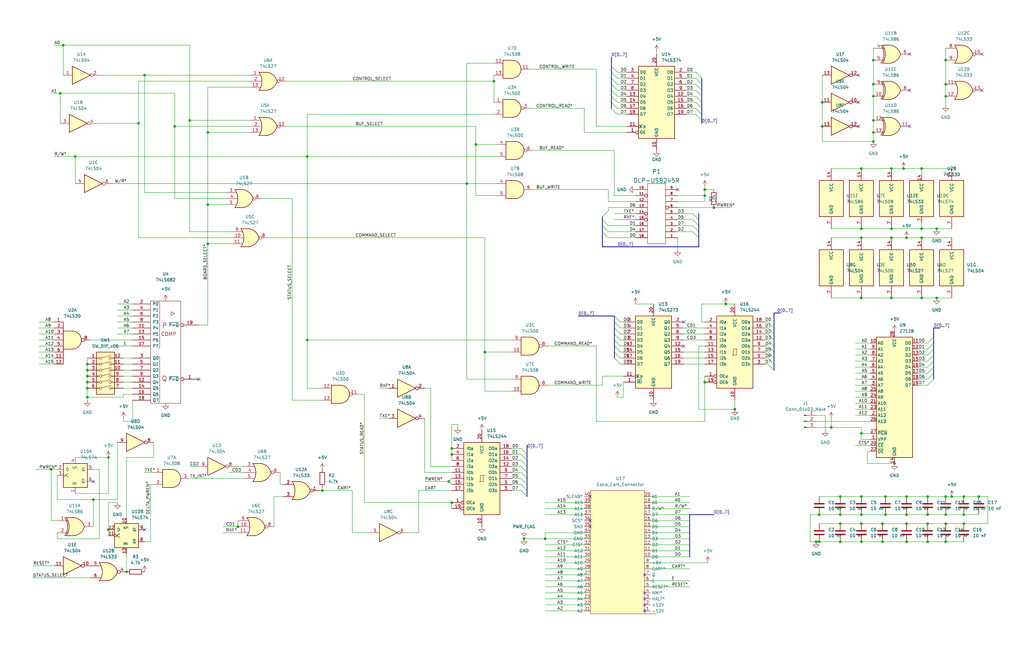
<source format=kicad_sch>
(kicad_sch (version 20211123) (generator eeschema)
  (paper "USLedger")
  (title_block (title "CoCo USB Serial") (date "2022-12-19") (rev "1.06"))
  (junction (at 31.75 66.04))
  (junction (at 368.3 55.88))
  (junction (at 382.27 217.17))
  (junction (at 36.83 163.83))
  (junction (at 354.33 217.17))
  (junction (at 297.18 80.01))
  (junction (at 354.33 228.6))
  (junction (at 129.54 66.04))
  (junction (at 363.22 209.55))
  (junction (at 394.97 125.73))
  (junction (at 87.63 102.87))
  (junction (at 368.3 59.69))
  (junction (at 377.19 195.58))
  (junction (at 309.88 172.72))
  (junction (at 39.37 210.82))
  (junction (at 372.11 228.6))
  (junction (at 368.3 50.8))
  (junction (at 229.87 227.33))
  (junction (at 388.62 96.52))
  (junction (at 53.34 241.3))
  (junction (at 375.92 125.73))
  (junction (at 398.78 35.56))
  (junction (at 406.4 220.98))
  (junction (at 346.71 43.18))
  (junction (at 363.22 125.73))
  (junction (at 306.07 128.27))
  (junction (at 73.66 53.34))
  (junction (at 406.4 209.55))
  (junction (at 406.4 217.17))
  (junction (at 368.3 40.64))
  (junction (at 36.83 153.67))
  (junction (at 346.71 53.34))
  (junction (at 368.3 35.56))
  (junction (at 363.22 228.6))
  (junction (at 398.78 40.64))
  (junction (at 382.27 100.33))
  (junction (at 373.38 217.17))
  (junction (at 382.27 220.98))
  (junction (at 190.5 212.09))
  (junction (at 36.83 167.64))
  (junction (at 208.28 34.29))
  (junction (at 398.78 228.6))
  (junction (at 36.83 156.21))
  (junction (at 388.62 71.12))
  (junction (at 412.75 209.55))
  (junction (at 204.47 148.59))
  (junction (at 196.85 77.47))
  (junction (at 394.97 96.52))
  (junction (at 398.78 25.4))
  (junction (at 368.3 25.4))
  (junction (at 345.44 228.6))
  (junction (at 391.16 220.98))
  (junction (at 363.22 96.52))
  (junction (at 398.78 217.17))
  (junction (at 363.22 71.12))
  (junction (at 381 71.12))
  (junction (at 45.72 223.52))
  (junction (at 375.92 71.12))
  (junction (at 190.5 191.77))
  (junction (at 398.78 220.98))
  (junction (at 354.33 209.55))
  (junction (at 388.62 100.33))
  (junction (at 354.33 220.98))
  (junction (at 297.18 161.29))
  (junction (at 129.54 143.51))
  (junction (at 372.11 220.98))
  (junction (at 100.33 222.25))
  (junction (at 220.98 227.33))
  (junction (at 297.18 82.55))
  (junction (at 375.92 96.52))
  (junction (at 363.22 217.17))
  (junction (at 375.92 100.33))
  (junction (at 58.42 52.07))
  (junction (at 391.16 217.17))
  (junction (at 382.27 228.6))
  (junction (at 190.5 189.23))
  (junction (at 391.16 228.6))
  (junction (at 398.78 209.55))
  (junction (at 60.96 31.75))
  (junction (at 382.27 209.55))
  (junction (at 345.44 217.17))
  (junction (at 36.83 158.75))
  (junction (at 135.89 207.01))
  (junction (at 189.23 203.2))
  (junction (at 80.01 50.8))
  (junction (at 344.17 228.6))
  (junction (at 363.22 220.98))
  (junction (at 87.63 86.36))
  (junction (at 363.22 100.33))
  (junction (at 25.4 39.37))
  (junction (at 350.52 180.34))
  (junction (at 26.67 19.05))
  (junction (at 401.32 209.55))
  (junction (at 391.16 209.55))
  (junction (at 87.63 55.88))
  (junction (at 21.59 198.12))
  (junction (at 388.62 125.73))
  (junction (at 45.72 193.04))
  (junction (at 300.99 87.63))
  (junction (at 36.83 161.29))
  (junction (at 200.66 60.96))
  (junction (at 373.38 209.55))
  (junction (at 363.22 182.88))
  (no_connect (at 288.29 146.05))
  (no_connect (at 288.29 135.89))
  (no_connect (at 271.78 255.27))
  (no_connect (at 271.78 257.81))
  (no_connect (at 361.95 31.75))
  (no_connect (at 60.96 223.52))
  (no_connect (at 361.95 53.34))
  (no_connect (at 361.95 43.18))
  (no_connect (at 414.02 22.86))
  (no_connect (at 83.82 160.02))
  (no_connect (at 39.37 203.2))
  (no_connect (at 414.02 38.1))
  (no_connect (at 285.75 80.01))
  (no_connect (at 383.54 53.34))
  (no_connect (at 383.54 38.1))
  (no_connect (at 383.54 22.86))
  (no_connect (at 248.92 209.55))
  (no_connect (at 271.78 242.57))
  (no_connect (at 271.78 250.19))
  (no_connect (at 271.78 252.73))
  (no_connect (at 248.92 219.71))
  (no_connect (at 248.92 222.25))
  (bus_entry (at 254 91.44) (size 2.54 -2.54))
  (bus_entry (at 254 92.71) (size 2.54 2.54))
  (bus_entry (at 219.71 204.47) (size 2.54 2.54))
  (bus_entry (at 219.71 207.01) (size 2.54 2.54))
  (bus_entry (at 219.71 201.93) (size 2.54 2.54))
  (bus_entry (at 219.71 191.77) (size 2.54 2.54))
  (bus_entry (at 219.71 194.31) (size 2.54 2.54))
  (bus_entry (at 219.71 196.85) (size 2.54 2.54))
  (bus_entry (at 219.71 199.39) (size 2.54 2.54))
  (bus_entry (at 219.71 189.23) (size 2.54 2.54))
  (bus_entry (at 257.81 43.18) (size 2.54 2.54))
  (bus_entry (at 257.81 45.72) (size 2.54 2.54))
  (bus_entry (at 257.81 38.1) (size 2.54 2.54))
  (bus_entry (at 257.81 35.56) (size 2.54 2.54))
  (bus_entry (at 257.81 30.48) (size 2.54 2.54))
  (bus_entry (at 257.81 33.02) (size 2.54 2.54))
  (bus_entry (at 257.81 40.64) (size 2.54 2.54))
  (bus_entry (at 257.81 27.94) (size 2.54 2.54))
  (bus_entry (at 259.08 148.59) (size 2.54 2.54))
  (bus_entry (at 259.08 151.13) (size 2.54 2.54))
  (bus_entry (at 259.08 133.35) (size 2.54 2.54))
  (bus_entry (at 259.08 143.51) (size 2.54 2.54))
  (bus_entry (at 259.08 146.05) (size 2.54 2.54))
  (bus_entry (at 259.08 135.89) (size 2.54 2.54))
  (bus_entry (at 259.08 138.43) (size 2.54 2.54))
  (bus_entry (at 259.08 140.97) (size 2.54 2.54))
  (bus_entry (at 323.85 146.05) (size 2.54 2.54))
  (bus_entry (at 323.85 143.51) (size 2.54 2.54))
  (bus_entry (at 323.85 140.97) (size 2.54 2.54))
  (bus_entry (at 323.85 135.89) (size 2.54 2.54))
  (bus_entry (at 323.85 138.43) (size 2.54 2.54))
  (bus_entry (at 323.85 151.13) (size 2.54 2.54))
  (bus_entry (at 323.85 148.59) (size 2.54 2.54))
  (bus_entry (at 323.85 153.67) (size 2.54 2.54))
  (bus_entry (at 254 95.25) (size 2.54 2.54))
  (bus_entry (at 254 97.79) (size 2.54 2.54))
  (bus_entry (at 293.37 30.48) (size 2.54 2.54))
  (bus_entry (at 293.37 35.56) (size 2.54 2.54))
  (bus_entry (at 293.37 43.18) (size 2.54 2.54))
  (bus_entry (at 293.37 48.26) (size 2.54 2.54))
  (bus_entry (at 293.37 45.72) (size 2.54 2.54))
  (bus_entry (at 293.37 33.02) (size 2.54 2.54))
  (bus_entry (at 293.37 38.1) (size 2.54 2.54))
  (bus_entry (at 293.37 40.64) (size 2.54 2.54))
  (bus_entry (at 391.16 152.4) (size 2.54 -2.54))
  (bus_entry (at 391.16 149.86) (size 2.54 -2.54))
  (bus_entry (at 391.16 147.32) (size 2.54 -2.54))
  (bus_entry (at 391.16 144.78) (size 2.54 -2.54))
  (bus_entry (at 391.16 157.48) (size 2.54 -2.54))
  (bus_entry (at 391.16 154.94) (size 2.54 -2.54))
  (bus_entry (at 391.16 162.56) (size 2.54 -2.54))
  (bus_entry (at 391.16 160.02) (size 2.54 -2.54))
  (bus_entry (at 292.1 97.79) (size 2.54 2.54))
  (bus_entry (at 292.1 95.25) (size 2.54 2.54))
  (bus_entry (at 292.1 92.71) (size 2.54 2.54))
  (bus_entry (at 292.1 90.17) (size 2.54 2.54))
  (bus (pts (xy 259.08 135.89) (xy 259.08 138.43)))
  (wire (pts (xy 190.5 212.09) (xy 190.5 214.63)))
  (wire (pts (xy 16.51 153.67) (xy 22.86 153.67)))
  (bus (pts (xy 222.25 204.47) (xy 222.25 207.01)))
  (wire (pts (xy 87.63 55.88) (xy 87.63 36.83)))
  (wire (pts (xy 229.87 224.79) (xy 248.92 224.79)))
  (wire (pts (xy 398.78 220.98) (xy 406.4 220.98)))
  (wire (pts (xy 229.87 245.11) (xy 248.92 245.11)))
  (wire (pts (xy 215.9 165.1) (xy 204.47 165.1)))
  (wire (pts (xy 60.96 228.6) (xy 63.5 228.6)))
  (wire (pts (xy 52.07 176.53) (xy 52.07 177.8)))
  (wire (pts (xy 398.78 217.17) (xy 406.4 217.17)))
  (wire (pts (xy 289.56 40.64) (xy 293.37 40.64)))
  (wire (pts (xy 367.03 185.42) (xy 363.22 185.42)))
  (wire (pts (xy 220.98 227.33) (xy 229.87 227.33)))
  (wire (pts (xy 87.63 137.16) (xy 87.63 102.87)))
  (wire (pts (xy 416.56 209.55) (xy 416.56 220.98)))
  (wire (pts (xy 16.51 146.05) (xy 22.86 146.05)))
  (wire (pts (xy 285.75 85.09) (xy 297.18 85.09)))
  (wire (pts (xy 135.89 205.74) (xy 135.89 207.01)))
  (wire (pts (xy 398.78 209.55) (xy 401.32 209.55)))
  (wire (pts (xy 45.72 193.04) (xy 45.72 208.28)))
  (wire (pts (xy 15.24 198.12) (xy 21.59 198.12)))
  (wire (pts (xy 388.62 100.33) (xy 401.32 100.33)))
  (wire (pts (xy 347.98 175.26) (xy 347.98 181.61)))
  (wire (pts (xy 148.59 224.79) (xy 156.21 224.79)))
  (wire (pts (xy 288.29 143.51) (xy 297.18 143.51)))
  (wire (pts (xy 387.35 160.02) (xy 391.16 160.02)))
  (wire (pts (xy 190.5 179.07) (xy 193.04 179.07)))
  (wire (pts (xy 360.68 144.78) (xy 367.03 144.78)))
  (wire (pts (xy 350.52 96.52) (xy 363.22 96.52)))
  (wire (pts (xy 295.91 128.27) (xy 295.91 135.89)))
  (wire (pts (xy 96.52 199.39) (xy 102.87 199.39)))
  (wire (pts (xy 36.83 163.83) (xy 36.83 167.64)))
  (wire (pts (xy 16.51 148.59) (xy 22.86 148.59)))
  (bus (pts (xy 294.64 90.17) (xy 294.64 92.71)))
  (bus (pts (xy 294.64 95.25) (xy 294.64 97.79)))
  (bus (pts (xy 326.39 132.08) (xy 328.93 132.08)))
  (wire (pts (xy 388.62 71.12) (xy 388.62 73.66)))
  (wire (pts (xy 289.56 35.56) (xy 293.37 35.56)))
  (wire (pts (xy 36.83 156.21) (xy 36.83 158.75)))
  (wire (pts (xy 190.5 179.07) (xy 190.5 189.23)))
  (wire (pts (xy 55.88 177.8) (xy 52.07 177.8)))
  (wire (pts (xy 13.97 242.57) (xy 13.97 243.84)))
  (wire (pts (xy 38.1 243.84) (xy 13.97 243.84)))
  (wire (pts (xy 261.62 146.05) (xy 262.89 146.05)))
  (wire (pts (xy 52.07 153.67) (xy 55.88 153.67)))
  (wire (pts (xy 260.35 40.64) (xy 264.16 40.64)))
  (wire (pts (xy 322.58 148.59) (xy 323.85 148.59)))
  (wire (pts (xy 31.75 66.04) (xy 129.54 66.04)))
  (wire (pts (xy 387.35 157.48) (xy 391.16 157.48)))
  (bus (pts (xy 257.81 30.48) (xy 257.81 33.02)))
  (bus (pts (xy 222.25 201.93) (xy 222.25 204.47)))
  (wire (pts (xy 87.63 137.16) (xy 83.82 137.16)))
  (wire (pts (xy 229.87 227.33) (xy 248.92 227.33)))
  (wire (pts (xy 346.71 31.75) (xy 346.71 43.18)))
  (wire (pts (xy 229.87 229.87) (xy 248.92 229.87)))
  (wire (pts (xy 261.62 153.67) (xy 262.89 153.67)))
  (wire (pts (xy 49.53 186.69) (xy 49.53 210.82)))
  (wire (pts (xy 363.22 71.12) (xy 375.92 71.12)))
  (wire (pts (xy 24.13 219.71) (xy 21.59 219.71)))
  (wire (pts (xy 297.18 80.01) (xy 300.99 80.01)))
  (wire (pts (xy 87.63 86.36) (xy 87.63 102.87)))
  (bus (pts (xy 393.7 160.02) (xy 393.7 157.48)))
  (wire (pts (xy 120.65 53.34) (xy 200.66 53.34)))
  (wire (pts (xy 363.22 100.33) (xy 375.92 100.33)))
  (wire (pts (xy 80.01 50.8) (xy 80.01 97.79)))
  (wire (pts (xy 99.06 196.85) (xy 102.87 196.85)))
  (wire (pts (xy 200.66 60.96) (xy 200.66 82.55)))
  (wire (pts (xy 87.63 36.83) (xy 105.41 36.83)))
  (wire (pts (xy 381 71.12) (xy 388.62 71.12)))
  (wire (pts (xy 190.5 189.23) (xy 190.5 191.77)))
  (wire (pts (xy 36.83 161.29) (xy 36.83 163.83)))
  (wire (pts (xy 49.53 130.81) (xy 55.88 130.81)))
  (wire (pts (xy 80.01 19.05) (xy 26.67 19.05)))
  (bus (pts (xy 393.7 149.86) (xy 393.7 147.32)))
  (wire (pts (xy 261.62 138.43) (xy 262.89 138.43)))
  (wire (pts (xy 39.37 210.82) (xy 24.13 210.82)))
  (wire (pts (xy 394.97 125.73) (xy 401.32 125.73)))
  (wire (pts (xy 176.53 207.01) (xy 190.5 207.01)))
  (wire (pts (xy 406.4 217.17) (xy 412.75 217.17)))
  (wire (pts (xy 49.53 135.89) (xy 55.88 135.89)))
  (wire (pts (xy 363.22 228.6) (xy 372.11 228.6)))
  (wire (pts (xy 123.19 168.91) (xy 135.89 168.91)))
  (wire (pts (xy 118.11 199.39) (xy 118.11 204.47)))
  (bus (pts (xy 254 95.25) (xy 254 97.79)))
  (wire (pts (xy 365.76 190.5) (xy 367.03 190.5)))
  (wire (pts (xy 260.35 45.72) (xy 264.16 45.72)))
  (wire (pts (xy 52.07 158.75) (xy 55.88 158.75)))
  (bus (pts (xy 257.81 27.94) (xy 257.81 30.48)))
  (bus (pts (xy 254 104.14) (xy 294.64 104.14)))
  (wire (pts (xy 256.54 95.25) (xy 267.97 95.25)))
  (bus (pts (xy 295.91 43.18) (xy 295.91 45.72)))
  (wire (pts (xy 229.87 240.03) (xy 248.92 240.03)))
  (wire (pts (xy 21.59 198.12) (xy 21.59 219.71)))
  (wire (pts (xy 267.97 85.09) (xy 256.54 85.09)))
  (bus (pts (xy 222.25 194.31) (xy 222.25 196.85)))
  (wire (pts (xy 289.56 30.48) (xy 293.37 30.48)))
  (wire (pts (xy 401.32 209.55) (xy 406.4 209.55)))
  (wire (pts (xy 93.98 222.25) (xy 100.33 222.25)))
  (wire (pts (xy 49.53 133.35) (xy 55.88 133.35)))
  (wire (pts (xy 21.59 39.37) (xy 25.4 39.37)))
  (wire (pts (xy 387.35 147.32) (xy 391.16 147.32)))
  (wire (pts (xy 261.62 135.89) (xy 262.89 135.89)))
  (wire (pts (xy 45.72 212.09) (xy 49.53 212.09)))
  (wire (pts (xy 271.78 214.63) (xy 290.83 214.63)))
  (wire (pts (xy 41.91 31.75) (xy 60.96 31.75)))
  (wire (pts (xy 224.79 63.5) (xy 259.08 63.5)))
  (wire (pts (xy 73.66 53.34) (xy 73.66 83.82)))
  (wire (pts (xy 295.91 135.89) (xy 297.18 135.89)))
  (bus (pts (xy 243.84 133.35) (xy 259.08 133.35)))
  (bus (pts (xy 259.08 143.51) (xy 259.08 146.05)))
  (wire (pts (xy 388.62 125.73) (xy 394.97 125.73)))
  (bus (pts (xy 295.91 40.64) (xy 295.91 43.18)))
  (wire (pts (xy 344.17 177.8) (xy 367.03 177.8)))
  (wire (pts (xy 110.49 83.82) (xy 123.19 83.82)))
  (wire (pts (xy 260.35 48.26) (xy 264.16 48.26)))
  (wire (pts (xy 350.52 100.33) (xy 363.22 100.33)))
  (wire (pts (xy 360.68 147.32) (xy 367.03 147.32)))
  (wire (pts (xy 231.14 162.56) (xy 254 162.56)))
  (wire (pts (xy 105.41 53.34) (xy 73.66 53.34)))
  (wire (pts (xy 151.13 166.37) (xy 153.67 166.37)))
  (wire (pts (xy 16.51 140.97) (xy 22.86 140.97)))
  (wire (pts (xy 200.66 53.34) (xy 200.66 60.96)))
  (wire (pts (xy 354.33 217.17) (xy 345.44 217.17)))
  (wire (pts (xy 87.63 55.88) (xy 105.41 55.88)))
  (wire (pts (xy 52.07 163.83) (xy 55.88 163.83)))
  (wire (pts (xy 373.38 209.55) (xy 382.27 209.55)))
  (wire (pts (xy 289.56 43.18) (xy 293.37 43.18)))
  (wire (pts (xy 229.87 255.27) (xy 248.92 255.27)))
  (wire (pts (xy 25.4 39.37) (xy 73.66 39.37)))
  (wire (pts (xy 58.42 34.29) (xy 58.42 52.07)))
  (wire (pts (xy 60.96 81.28) (xy 95.25 81.28)))
  (wire (pts (xy 113.03 100.33) (xy 204.47 100.33)))
  (wire (pts (xy 289.56 38.1) (xy 293.37 38.1)))
  (wire (pts (xy 285.75 105.41) (xy 285.75 100.33)))
  (wire (pts (xy 271.78 227.33) (xy 290.83 227.33)))
  (wire (pts (xy 363.22 125.73) (xy 375.92 125.73)))
  (wire (pts (xy 22.86 66.04) (xy 31.75 66.04)))
  (wire (pts (xy 179.07 163.83) (xy 181.61 163.83)))
  (bus (pts (xy 259.08 140.97) (xy 259.08 143.51)))
  (bus (pts (xy 222.25 191.77) (xy 222.25 194.31)))
  (wire (pts (xy 251.46 146.05) (xy 251.46 177.8)))
  (wire (pts (xy 45.72 226.06) (xy 45.72 223.52)))
  (wire (pts (xy 129.54 143.51) (xy 215.9 143.51)))
  (bus (pts (xy 294.64 97.79) (xy 294.64 100.33)))
  (wire (pts (xy 297.18 158.75) (xy 297.18 161.29)))
  (wire (pts (xy 49.53 138.43) (xy 55.88 138.43)))
  (bus (pts (xy 222.25 207.01) (xy 222.25 209.55)))
  (wire (pts (xy 373.38 217.17) (xy 382.27 217.17)))
  (wire (pts (xy 134.62 207.01) (xy 135.89 207.01)))
  (wire (pts (xy 288.29 138.43) (xy 297.18 138.43)))
  (wire (pts (xy 115.57 209.55) (xy 119.38 209.55)))
  (wire (pts (xy 373.38 217.17) (xy 363.22 217.17)))
  (bus (pts (xy 326.39 132.08) (xy 326.39 138.43)))
  (wire (pts (xy 271.78 245.11) (xy 290.83 245.11)))
  (wire (pts (xy 229.87 212.09) (xy 248.92 212.09)))
  (wire (pts (xy 391.16 220.98) (xy 398.78 220.98)))
  (bus (pts (xy 254 92.71) (xy 254 95.25)))
  (wire (pts (xy 297.18 177.8) (xy 297.18 161.29)))
  (wire (pts (xy 39.37 198.12) (xy 41.91 198.12)))
  (wire (pts (xy 322.58 138.43) (xy 323.85 138.43)))
  (wire (pts (xy 148.59 207.01) (xy 148.59 224.79)))
  (wire (pts (xy 200.66 60.96) (xy 209.55 60.96)))
  (wire (pts (xy 246.38 55.88) (xy 246.38 45.72)))
  (wire (pts (xy 153.67 212.09) (xy 190.5 212.09)))
  (wire (pts (xy 285.75 95.25) (xy 292.1 95.25)))
  (wire (pts (xy 295.91 128.27) (xy 306.07 128.27)))
  (bus (pts (xy 259.08 133.35) (xy 259.08 135.89)))
  (wire (pts (xy 123.19 83.82) (xy 123.19 168.91)))
  (wire (pts (xy 179.07 176.53) (xy 179.07 199.39)))
  (wire (pts (xy 289.56 33.02) (xy 293.37 33.02)))
  (wire (pts (xy 276.86 21.59) (xy 276.86 22.86)))
  (wire (pts (xy 388.62 96.52) (xy 394.97 96.52)))
  (wire (pts (xy 368.3 25.4) (xy 368.3 35.56)))
  (wire (pts (xy 215.9 194.31) (xy 219.71 194.31)))
  (wire (pts (xy 322.58 135.89) (xy 323.85 135.89)))
  (wire (pts (xy 341.63 217.17) (xy 341.63 228.6)))
  (bus (pts (xy 393.7 147.32) (xy 393.7 144.78)))
  (bus (pts (xy 254 97.79) (xy 254 104.14)))
  (wire (pts (xy 31.75 193.04) (xy 45.72 193.04)))
  (wire (pts (xy 322.58 146.05) (xy 323.85 146.05)))
  (wire (pts (xy 387.35 149.86) (xy 391.16 149.86)))
  (wire (pts (xy 251.46 177.8) (xy 297.18 177.8)))
  (wire (pts (xy 80.01 19.05) (xy 80.01 50.8)))
  (wire (pts (xy 368.3 35.56) (xy 368.3 40.64)))
  (wire (pts (xy 16.51 135.89) (xy 22.86 135.89)))
  (wire (pts (xy 215.9 189.23) (xy 219.71 189.23)))
  (bus (pts (xy 257.81 40.64) (xy 257.81 43.18)))
  (wire (pts (xy 223.52 45.72) (xy 246.38 45.72)))
  (wire (pts (xy 406.4 220.98) (xy 416.56 220.98)))
  (wire (pts (xy 382.27 209.55) (xy 391.16 209.55)))
  (wire (pts (xy 41.91 198.12) (xy 41.91 227.33)))
  (wire (pts (xy 398.78 20.32) (xy 398.78 25.4)))
  (wire (pts (xy 129.54 66.04) (xy 129.54 143.51)))
  (wire (pts (xy 391.16 228.6) (xy 398.78 228.6)))
  (wire (pts (xy 209.55 77.47) (xy 196.85 77.47)))
  (wire (pts (xy 267.97 87.63) (xy 256.54 87.63)))
  (wire (pts (xy 45.72 223.52) (xy 45.72 212.09)))
  (bus (pts (xy 259.08 146.05) (xy 259.08 148.59)))
  (bus (pts (xy 295.91 45.72) (xy 295.91 48.26)))
  (wire (pts (xy 387.35 152.4) (xy 391.16 152.4)))
  (wire (pts (xy 360.68 187.96) (xy 367.03 187.96)))
  (wire (pts (xy 64.77 193.04) (xy 53.34 193.04)))
  (bus (pts (xy 393.7 138.43) (xy 396.24 138.43)))
  (wire (pts (xy 160.02 163.83) (xy 163.83 163.83)))
  (wire (pts (xy 176.53 224.79) (xy 176.53 207.01)))
  (wire (pts (xy 80.01 196.85) (xy 83.82 196.85)))
  (bus (pts (xy 393.7 152.4) (xy 393.7 149.86)))
  (wire (pts (xy 261.62 151.13) (xy 262.89 151.13)))
  (wire (pts (xy 24.13 227.33) (xy 24.13 224.79)))
  (wire (pts (xy 24.13 200.66) (xy 24.13 210.82)))
  (bus (pts (xy 254 92.71) (xy 254 91.44)))
  (bus (pts (xy 393.7 157.48) (xy 393.7 154.94)))
  (bus (pts (xy 222.25 199.39) (xy 222.25 201.93)))
  (wire (pts (xy 38.1 143.51) (xy 55.88 143.51)))
  (wire (pts (xy 97.79 102.87) (xy 87.63 102.87)))
  (wire (pts (xy 271.78 209.55) (xy 290.83 209.55)))
  (wire (pts (xy 53.34 233.68) (xy 53.34 241.3)))
  (wire (pts (xy 271.78 217.17) (xy 290.83 217.17)))
  (wire (pts (xy 344.17 228.6) (xy 345.44 228.6)))
  (bus (pts (xy 326.39 140.97) (xy 326.39 143.51)))
  (wire (pts (xy 60.96 199.39) (xy 64.77 199.39)))
  (wire (pts (xy 306.07 128.27) (xy 309.88 128.27)))
  (bus (pts (xy 257.81 35.56) (xy 257.81 38.1)))
  (bus (pts (xy 290.83 217.17) (xy 300.99 217.17)))
  (bus (pts (xy 326.39 143.51) (xy 326.39 146.05)))
  (wire (pts (xy 346.71 53.34) (xy 346.71 59.69)))
  (wire (pts (xy 105.41 50.8) (xy 80.01 50.8)))
  (wire (pts (xy 229.87 214.63) (xy 248.92 214.63)))
  (bus (pts (xy 393.7 144.78) (xy 393.7 142.24)))
  (wire (pts (xy 52.07 161.29) (xy 55.88 161.29)))
  (wire (pts (xy 251.46 53.34) (xy 251.46 29.21)))
  (wire (pts (xy 256.54 100.33) (xy 267.97 100.33)))
  (wire (pts (xy 271.78 219.71) (xy 290.83 219.71)))
  (wire (pts (xy 171.45 224.79) (xy 176.53 224.79)))
  (wire (pts (xy 346.71 59.69) (xy 368.3 59.69)))
  (wire (pts (xy 55.88 166.37) (xy 52.07 166.37)))
  (wire (pts (xy 229.87 232.41) (xy 248.92 232.41)))
  (bus (pts (xy 326.39 138.43) (xy 326.39 140.97)))
  (bus (pts (xy 294.64 92.71) (xy 294.64 95.25)))
  (wire (pts (xy 259.08 63.5) (xy 259.08 82.55)))
  (wire (pts (xy 354.33 220.98) (xy 345.44 220.98)))
  (bus (pts (xy 295.91 35.56) (xy 295.91 38.1)))
  (bus (pts (xy 393.7 154.94) (xy 393.7 152.4)))
  (wire (pts (xy 363.22 96.52) (xy 375.92 96.52)))
  (wire (pts (xy 360.68 154.94) (xy 367.03 154.94)))
  (wire (pts (xy 135.89 207.01) (xy 148.59 207.01)))
  (wire (pts (xy 26.67 19.05) (xy 26.67 31.75)))
  (wire (pts (xy 229.87 234.95) (xy 248.92 234.95)))
  (wire (pts (xy 297.18 146.05) (xy 294.64 146.05)))
  (bus (pts (xy 326.39 151.13) (xy 326.39 153.67)))
  (wire (pts (xy 80.01 201.93) (xy 102.87 201.93)))
  (bus (pts (xy 222.25 187.96) (xy 222.25 191.77)))
  (wire (pts (xy 394.97 96.52) (xy 401.32 96.52)))
  (wire (pts (xy 204.47 148.59) (xy 215.9 148.59)))
  (wire (pts (xy 196.85 77.47) (xy 196.85 160.02)))
  (wire (pts (xy 368.3 50.8) (xy 368.3 55.88)))
  (wire (pts (xy 271.78 212.09) (xy 290.83 212.09)))
  (bus (pts (xy 290.83 217.17) (xy 290.83 234.95)))
  (wire (pts (xy 363.22 185.42) (xy 363.22 182.88)))
  (wire (pts (xy 288.29 151.13) (xy 297.18 151.13)))
  (wire (pts (xy 58.42 100.33) (xy 58.42 52.07)))
  (bus (pts (xy 295.91 38.1) (xy 295.91 40.64)))
  (wire (pts (xy 271.78 232.41) (xy 290.83 232.41)))
  (wire (pts (xy 39.37 210.82) (xy 39.37 222.25)))
  (bus (pts (xy 326.39 153.67) (xy 326.39 156.21)))
  (wire (pts (xy 256.54 80.01) (xy 224.79 80.01)))
  (wire (pts (xy 208.28 34.29) (xy 208.28 43.18)))
  (wire (pts (xy 46.99 77.47) (xy 196.85 77.47)))
  (wire (pts (xy 322.58 143.51) (xy 323.85 143.51)))
  (wire (pts (xy 254 162.56) (xy 254 158.75)))
  (wire (pts (xy 262.89 167.64) (xy 260.35 167.64)))
  (wire (pts (xy 344.17 175.26) (xy 347.98 175.26)))
  (wire (pts (xy 223.52 29.21) (xy 251.46 29.21)))
  (wire (pts (xy 93.98 224.79) (xy 100.33 224.79)))
  (wire (pts (xy 360.68 172.72) (xy 367.03 172.72)))
  (wire (pts (xy 360.68 157.48) (xy 367.03 157.48)))
  (wire (pts (xy 100.33 219.71) (xy 100.33 222.25)))
  (wire (pts (xy 229.87 237.49) (xy 248.92 237.49)))
  (wire (pts (xy 193.04 179.07) (xy 193.04 180.34)))
  (wire (pts (xy 375.92 125.73) (xy 388.62 125.73)))
  (wire (pts (xy 309.88 172.72) (xy 309.88 168.91)))
  (wire (pts (xy 36.83 153.67) (xy 36.83 156.21)))
  (wire (pts (xy 254 158.75) (xy 262.89 158.75)))
  (bus (pts (xy 222.25 196.85) (xy 222.25 199.39)))
  (wire (pts (xy 387.35 144.78) (xy 391.16 144.78)))
  (wire (pts (xy 398.78 40.64) (xy 398.78 44.45)))
  (wire (pts (xy 229.87 242.57) (xy 248.92 242.57)))
  (wire (pts (xy 288.29 148.59) (xy 297.18 148.59)))
  (wire (pts (xy 215.9 191.77) (xy 219.71 191.77)))
  (wire (pts (xy 260.35 35.56) (xy 264.16 35.56)))
  (wire (pts (xy 129.54 143.51) (xy 129.54 163.83)))
  (wire (pts (xy 398.78 35.56) (xy 398.78 40.64)))
  (wire (pts (xy 97.79 100.33) (xy 58.42 100.33)))
  (bus (pts (xy 295.91 50.8) (xy 295.91 52.07)))
  (wire (pts (xy 95.25 86.36) (xy 87.63 86.36)))
  (wire (pts (xy 285.75 82.55) (xy 297.18 82.55)))
  (wire (pts (xy 63.5 204.47) (xy 63.5 228.6)))
  (wire (pts (xy 260.35 43.18) (xy 264.16 43.18)))
  (wire (pts (xy 375.92 96.52) (xy 388.62 96.52)))
  (bus (pts (xy 295.91 33.02) (xy 295.91 35.56)))
  (wire (pts (xy 181.61 196.85) (xy 190.5 196.85)))
  (wire (pts (xy 229.87 252.73) (xy 248.92 252.73)))
  (wire (pts (xy 36.83 167.64) (xy 52.07 167.64)))
  (wire (pts (xy 297.18 82.55) (xy 297.18 80.01)))
  (wire (pts (xy 285.75 87.63) (xy 300.99 87.63)))
  (wire (pts (xy 365.76 195.58) (xy 365.76 190.5)))
  (wire (pts (xy 322.58 151.13) (xy 323.85 151.13)))
  (wire (pts (xy 208.28 48.26) (xy 129.54 48.26)))
  (wire (pts (xy 297.18 80.01) (xy 297.18 78.74)))
  (wire (pts (xy 322.58 140.97) (xy 323.85 140.97)))
  (wire (pts (xy 345.44 217.17) (xy 341.63 217.17)))
  (wire (pts (xy 368.3 20.32) (xy 368.3 25.4)))
  (wire (pts (xy 40.64 52.07) (xy 58.42 52.07)))
  (wire (pts (xy 129.54 48.26) (xy 129.54 66.04)))
  (wire (pts (xy 346.71 43.18) (xy 346.71 53.34)))
  (wire (pts (xy 285.75 92.71) (xy 292.1 92.71)))
  (wire (pts (xy 360.68 149.86) (xy 367.03 149.86)))
  (wire (pts (xy 262.89 161.29) (xy 262.89 167.64)))
  (wire (pts (xy 368.3 40.64) (xy 368.3 50.8)))
  (wire (pts (xy 391.16 220.98) (xy 382.27 220.98)))
  (wire (pts (xy 179.07 199.39) (xy 190.5 199.39)))
  (wire (pts (xy 354.33 209.55) (xy 363.22 209.55)))
  (wire (pts (xy 97.79 97.79) (xy 80.01 97.79)))
  (wire (pts (xy 259.08 90.17) (xy 267.97 90.17)))
  (wire (pts (xy 382.27 217.17) (xy 391.16 217.17)))
  (wire (pts (xy 285.75 97.79) (xy 292.1 97.79)))
  (wire (pts (xy 31.75 208.28) (xy 45.72 208.28)))
  (wire (pts (xy 52.07 151.13) (xy 55.88 151.13)))
  (wire (pts (xy 200.66 82.55) (xy 209.55 82.55)))
  (wire (pts (xy 288.29 153.67) (xy 297.18 153.67)))
  (wire (pts (xy 350.52 125.73) (xy 363.22 125.73)))
  (wire (pts (xy 398.78 25.4) (xy 398.78 35.56)))
  (wire (pts (xy 229.87 247.65) (xy 248.92 247.65)))
  (wire (pts (xy 271.78 224.79) (xy 290.83 224.79)))
  (wire (pts (xy 363.22 220.98) (xy 354.33 220.98)))
  (wire (pts (xy 160.02 176.53) (xy 163.83 176.53)))
  (wire (pts (xy 120.65 34.29) (xy 208.28 34.29)))
  (wire (pts (xy 229.87 257.81) (xy 248.92 257.81)))
  (wire (pts (xy 196.85 160.02) (xy 215.9 160.02)))
  (wire (pts (xy 372.11 220.98) (xy 363.22 220.98)))
  (wire (pts (xy 341.63 228.6) (xy 344.17 228.6)))
  (wire (pts (xy 181.61 163.83) (xy 181.61 196.85)))
  (wire (pts (xy 372.11 228.6) (xy 382.27 228.6)))
  (wire (pts (xy 21.59 198.12) (xy 24.13 198.12)))
  (bus (pts (xy 257.81 24.13) (xy 257.81 27.94)))
  (wire (pts (xy 398.78 217.17) (xy 391.16 217.17)))
  (wire (pts (xy 39.37 210.82) (xy 49.53 210.82)))
  (wire (pts (xy 294.64 172.72) (xy 309.88 172.72)))
  (wire (pts (xy 259.08 92.71) (xy 267.97 92.71)))
  (bus (pts (xy 257.81 43.18) (xy 257.81 45.72)))
  (wire (pts (xy 215.9 201.93) (xy 219.71 201.93)))
  (wire (pts (xy 388.62 71.12) (xy 401.32 71.12)))
  (bus (pts (xy 294.64 100.33) (xy 294.64 104.14)))
  (wire (pts (xy 382.27 228.6) (xy 391.16 228.6)))
  (wire (pts (xy 412.75 209.55) (xy 416.56 209.55)))
  (wire (pts (xy 215.9 204.47) (xy 219.71 204.47)))
  (wire (pts (xy 87.63 55.88) (xy 87.63 86.36)))
  (wire (pts (xy 129.54 163.83) (xy 135.89 163.83)))
  (wire (pts (xy 31.75 66.04) (xy 31.75 77.47)))
  (wire (pts (xy 36.83 158.75) (xy 36.83 161.29)))
  (wire (pts (xy 350.52 180.34) (xy 363.22 180.34)))
  (wire (pts (xy 25.4 39.37) (xy 25.4 52.07)))
  (wire (pts (xy 189.23 203.2) (xy 179.07 203.2)))
  (wire (pts (xy 49.53 140.97) (xy 55.88 140.97)))
  (wire (pts (xy 288.29 140.97) (xy 297.18 140.97)))
  (wire (pts (xy 256.54 85.09) (xy 256.54 80.01)))
  (wire (pts (xy 229.87 250.19) (xy 248.92 250.19)))
  (wire (pts (xy 360.68 160.02) (xy 367.03 160.02)))
  (wire (pts (xy 267.97 128.27) (xy 275.59 128.27)))
  (wire (pts (xy 261.62 148.59) (xy 262.89 148.59)))
  (wire (pts (xy 229.87 217.17) (xy 248.92 217.17)))
  (wire (pts (xy 215.9 196.85) (xy 219.71 196.85)))
  (wire (pts (xy 189.23 203.2) (xy 190.5 201.93)))
  (wire (pts (xy 387.35 154.94) (xy 391.16 154.94)))
  (wire (pts (xy 52.07 156.21) (xy 55.88 156.21)))
  (bus (pts (xy 257.81 38.1) (xy 257.81 40.64)))
  (wire (pts (xy 382.27 100.33) (xy 388.62 100.33)))
  (wire (pts (xy 256.54 87.63) (xy 256.54 88.9)))
  (wire (pts (xy 24.13 227.33) (xy 41.91 227.33)))
  (wire (pts (xy 204.47 100.33) (xy 204.47 148.59)))
  (bus (pts (xy 326.39 146.05) (xy 326.39 148.59)))
  (wire (pts (xy 271.78 222.25) (xy 290.83 222.25)))
  (wire (pts (xy 204.47 148.59) (xy 204.47 165.1)))
  (wire (pts (xy 260.35 30.48) (xy 264.16 30.48)))
  (wire (pts (xy 365.76 195.58) (xy 377.19 195.58)))
  (wire (pts (xy 363.22 95.25) (xy 363.22 96.52)))
  (wire (pts (xy 289.56 45.72) (xy 293.37 45.72)))
  (wire (pts (xy 391.16 209.55) (xy 398.78 209.55)))
  (wire (pts (xy 261.62 143.51) (xy 262.89 143.51)))
  (wire (pts (xy 49.53 128.27) (xy 55.88 128.27)))
  (wire (pts (xy 53.34 193.04) (xy 53.34 218.44)))
  (wire (pts (xy 105.41 31.75) (xy 60.96 31.75)))
  (wire (pts (xy 368.3 55.88) (xy 368.3 59.69)))
  (bus (pts (xy 393.7 142.24) (xy 393.7 138.43)))
  (wire (pts (xy 360.68 175.26) (xy 367.03 175.26)))
  (wire (pts (xy 360.68 165.1) (xy 367.03 165.1)))
  (wire (pts (xy 231.14 146.05) (xy 251.46 146.05)))
  (wire (pts (xy 363.22 217.17) (xy 354.33 217.17)))
  (wire (pts (xy 344.17 180.34) (xy 350.52 180.34)))
  (wire (pts (xy 271.78 247.65) (xy 290.83 247.65)))
  (wire (pts (xy 260.35 33.02) (xy 264.16 33.02)))
  (wire (pts (xy 259.08 82.55) (xy 267.97 82.55)))
  (wire (pts (xy 350.52 176.53) (xy 350.52 180.34)))
  (wire (pts (xy 55.88 168.91) (xy 55.88 177.8)))
  (wire (pts (xy 16.51 143.51) (xy 22.86 143.51)))
  (wire (pts (xy 322.58 153.67) (xy 323.85 153.67)))
  (wire (pts (xy 208.28 34.29) (xy 208.28 31.75)))
  (wire (pts (xy 375.92 71.12) (xy 381 71.12)))
  (wire (pts (xy 345.44 228.6) (xy 354.33 228.6)))
  (wire (pts (xy 294.64 146.05) (xy 294.64 172.72)))
  (wire (pts (xy 297.18 82.55) (xy 297.18 85.09)))
  (wire (pts (xy 36.83 151.13) (xy 36.83 153.67)))
  (bus (pts (xy 326.39 148.59) (xy 326.39 151.13)))
  (wire (pts (xy 260.35 38.1) (xy 264.16 38.1)))
  (wire (pts (xy 63.5 204.47) (xy 64.77 204.47)))
  (wire (pts (xy 60.96 81.28) (xy 60.96 31.75)))
  (wire (pts (xy 16.51 151.13) (xy 22.86 151.13)))
  (wire (pts (xy 289.56 48.26) (xy 293.37 48.26)))
  (wire (pts (xy 285.75 90.17) (xy 292.1 90.17)))
  (wire (pts (xy 196.85 26.67) (xy 196.85 77.47)))
  (wire (pts (xy 58.42 34.29) (xy 105.41 34.29)))
  (wire (pts (xy 64.77 186.69) (xy 64.77 193.04)))
  (wire (pts (xy 264.16 55.88) (xy 246.38 55.88)))
  (bus (pts (xy 295.91 48.26) (xy 295.91 50.8)))
  (wire (pts (xy 406.4 209.55) (xy 412.75 209.55)))
  (wire (pts (xy 115.57 222.25) (xy 115.57 209.55)))
  (wire (pts (xy 52.07 166.37) (xy 52.07 167.64)))
  (wire (pts (xy 375.92 100.33) (xy 382.27 100.33)))
  (wire (pts (xy 271.78 229.87) (xy 290.83 229.87)))
  (wire (pts (xy 215.9 199.39) (xy 219.71 199.39)))
  (wire (pts (xy 129.54 66.04) (xy 209.55 66.04)))
  (bus (pts (xy 259.08 138.43) (xy 259.08 140.97)))
  (wire (pts (xy 261.62 140.97) (xy 262.89 140.97)))
  (wire (pts (xy 73.66 39.37) (xy 73.66 53.34)))
  (wire (pts (xy 49.53 146.05) (xy 55.88 146.05)))
  (wire (pts (xy 363.22 182.88) (xy 367.03 182.88)))
  (wire (pts (xy 256.54 97.79) (xy 267.97 97.79)))
  (bus (pts (xy 257.81 33.02) (xy 257.81 35.56)))
  (wire (pts (xy 388.62 93.98) (xy 388.62 96.52)))
  (wire (pts (xy 264.16 53.34) (xy 251.46 53.34)))
  (wire (pts (xy 95.25 83.82) (xy 73.66 83.82)))
  (wire (pts (xy 363.22 182.88) (xy 363.22 180.34)))
  (wire (pts (xy 300.99 87.63) (xy 308.61 87.63)))
  (wire (pts (xy 363.22 209.55) (xy 373.38 209.55)))
  (wire (pts (xy 13.97 238.76) (xy 22.86 238.76)))
  (wire (pts (xy 153.67 212.09) (xy 153.67 166.37)))
  (wire (pts (xy 354.33 228.6) (xy 363.22 228.6)))
  (wire (pts (xy 382.27 220.98) (xy 372.11 220.98)))
  (wire (pts (xy 271.78 237.49) (xy 298.45 237.49)))
  (wire (pts (xy 190.5 191.77) (xy 190.5 194.31)))
  (wire (pts (xy 118.11 204.47) (xy 119.38 204.47)))
  (wire (pts (xy 387.35 162.56) (xy 391.16 162.56)))
  (wire (pts (xy 360.68 152.4) (xy 367.03 152.4)))
  (wire (pts (xy 350.52 71.12) (xy 363.22 71.12)))
  (wire (pts (xy 271.78 240.03) (xy 290.83 240.03)))
  (wire (pts (xy 16.51 138.43) (xy 22.86 138.43)))
  (wire (pts (xy 229.87 224.79) (xy 229.87 227.33)))
  (wire (pts (xy 22.86 19.05) (xy 26.67 19.05)))
  (wire (pts (xy 271.78 234.95) (xy 290.83 234.95)))
  (bus (pts (xy 259.08 148.59) (xy 259.08 151.13)))
  (wire (pts (xy 215.9 207.01) (xy 219.71 207.01)))
  (wire (pts (xy 398.78 228.6) (xy 406.4 228.6)))
  (wire (pts (xy 360.68 167.64) (xy 367.03 167.64)))
  (wire (pts (xy 196.85 26.67) (xy 208.28 26.67)))
  (wire (pts (xy 360.68 170.18) (xy 367.03 170.18)))
  (wire (pts (xy 36.83 167.64) (xy 36.83 168.91)))
  (wire (pts (xy 345.44 209.55) (xy 354.33 209.55)))
  (wire (pts (xy 360.68 162.56) (xy 367.03 162.56)))
  (wire (pts (xy 189.23 203.2) (xy 190.5 204.47)))
  (label "COMMAND_READ*" (at 233.68 146.05 0))
  (label "D1" (at 215.9 191.77 0))
  (label "D4" (at 322.58 146.05 0))
  (label "CONTROL_WRITE" (at 227.33 29.21 0))
  (label "A7" (at 234.95 245.11 0))
  (label "D1" (at 322.58 138.43 0))
  (label "TX_INT*" (at 80.01 201.93 0))
  (label "D7" (at 284.48 217.17 0))
  (label "A8" (at 365.76 165.1 180))
  (label "D3" (at 285.75 90.17 0))
  (label "D7" (at 289.56 48.26 0))
  (label "A6" (at 365.76 160.02 180))
  (label "D0" (at 262.89 135.89 0))
  (label "D2" (at 215.9 194.31 0))
  (label "D1" (at 284.48 232.41 0))
  (label "A3" (at 234.95 255.27 0))
  (label "D2" (at 261.62 35.56 0))
  (label "CART*" (at 142.24 207.01 0))
  (label "D6" (at 262.89 151.13 0))
  (label "A14" (at 234.95 214.63 0))
  (label "CD2" (at 80.01 196.85 0))
  (label "D6" (at 284.48 219.71 0))
  (label "A0" (at 22.86 19.05 0))
  (label "D[0..7]" (at 222.25 189.23 0))
  (label "A0" (at 363.22 144.78 0))
  (label "A9" (at 19.05 138.43 0))
  (label "D2" (at 285.75 97.79 0))
  (label "A6" (at 234.95 247.65 0))
  (label "CART" (at 179.07 207.01 0))
  (label "D7" (at 261.62 48.26 0))
  (label "D3" (at 284.48 227.33 0))
  (label "D6" (at 387.35 160.02 0))
  (label "D5" (at 387.35 157.48 0))
  (label "D0" (at 289.56 30.48 0))
  (label "A1" (at 363.22 147.32 0))
  (label "A1" (at 21.59 39.37 0))
  (label "CART*" (at 283.21 240.03 0))
  (label "D0" (at 387.35 144.78 0))
  (label "A15" (at 234.95 212.09 0))
  (label "D6" (at 261.62 45.72 0))
  (label "D6" (at 289.56 45.72 0))
  (label "TXE*" (at 60.96 199.39 0))
  (label "RESET*" (at 13.97 238.76 0))
  (label "A11" (at 234.95 234.95 0))
  (label "D7" (at 322.58 153.67 0))
  (label "A10" (at 234.95 237.49 0))
  (label "A5" (at 365.76 157.48 180))
  (label "D3" (at 215.9 196.85 0))
  (label "D1" (at 387.35 147.32 0))
  (label "PWREN*" (at 302.26 87.63 0))
  (label "D4" (at 289.56 40.64 0))
  (label "A3" (at 365.76 152.4 180))
  (label "A2" (at 365.76 149.86 180))
  (label "TXE*" (at 262.89 90.17 0))
  (label "E" (at 283.21 245.11 0))
  (label "D4" (at 262.89 146.05 0))
  (label "D[0..7]" (at 300.99 217.17 0))
  (label "PWREN*" (at 16.51 198.12 0))
  (label "A13" (at 19.05 148.59 0))
  (label "R{slash}W*" (at 22.86 66.04 0))
  (label "E" (at 52.07 146.05 0))
  (label "D7" (at 285.75 95.25 0))
  (label "R{slash}W*" (at 284.48 214.63 0))
  (label "D6" (at 322.58 151.13 0))
  (label "BUF_READ*" (at 227.33 63.5 0))
  (label "D7" (at 387.35 162.56 0))
  (label "D3" (at 387.35 152.4 0))
  (label "A4" (at 234.95 252.73 0))
  (label "D1" (at 262.89 138.43 0))
  (label "D5" (at 289.56 43.18 0))
  (label "STATUS_READ*" (at 153.67 191.77 90))
  (label "D4" (at 387.35 154.94 0))
  (label "D0" (at 265.43 100.33 0))
  (label "A7" (at 365.76 162.56 180))
  (label "DELTA_PWREN*" (at 63.5 217.17 90))
  (label "D[0..7]" (at 327.66 132.08 0))
  (label "CD2" (at 289.56 140.97 0))
  (label "D1" (at 261.62 33.02 0))
  (label "D7" (at 262.89 153.67 0))
  (label "D2" (at 387.35 149.86 0))
  (label "A10" (at 19.05 140.97 0))
  (label "BOARD_SELECT*" (at 87.63 118.11 90))
  (label "BUF_WRITE" (at 226.06 80.01 0))
  (label "RXF*" (at 95.25 224.79 0))
  (label "A11" (at 365.76 172.72 180))
  (label "CD1" (at 289.56 138.43 0))
  (label "A9" (at 234.95 240.03 0))
  (label "D4" (at 215.9 199.39 0))
  (label "D4" (at 265.43 97.79 0))
  (label "CD3" (at 97.79 199.39 0))
  (label "A8" (at 234.95 242.57 0))
  (label "D3" (at 261.62 38.1 0))
  (label "A2" (at 52.07 128.27 0))
  (label "W{slash}R*" (at 48.26 77.47 0))
  (label "A4" (at 365.76 154.94 180))
  (label "D3" (at 289.56 38.1 0))
  (label "D6" (at 265.43 87.63 0))
  (label "D5" (at 284.48 222.25 0))
  (label "D2" (at 262.89 140.97 0))
  (label "D0" (at 261.62 30.48 0))
  (label "CTS*" (at 361.95 187.96 0))
  (label "A14" (at 19.05 151.13 0))
  (label "D4" (at 284.48 224.79 0))
  (label "A3" (at 52.07 130.81 0))
  (label "RXF*" (at 262.89 92.71 0))
  (label "D[0..7]" (at 393.7 138.43 0))
  (label "A0" (at 284.48 212.09 0))
  (label "CONTROL_READ*" (at 226.06 45.72 0))
  (label "A5" (at 52.07 135.89 0))
  (label "A1" (at 284.48 209.55 0))
  (label "D2" (at 322.58 140.97 0))
  (label "A13" (at 234.95 217.17 0))
  (label "COMMAND_SELECT" (at 149.86 100.33 0))
  (label "A12" (at 19.05 146.05 0))
  (label "CTS*" (at 234.95 229.87 0))
  (label "A9" (at 365.76 167.64 180))
  (label "A11" (at 19.05 143.51 0))
  (label "D0" (at 284.48 234.95 0))
  (label "D5" (at 261.62 43.18 0))
  (label "D[0..7]" (at 243.84 133.35 0))
  (label "D[0..7]" (at 257.81 24.13 0))
  (label "A5" (at 234.95 250.19 0))
  (label "PWREN*" (at 179.07 203.2 0))
  (label "CD1" (at 95.25 222.25 0))
  (label "D4" (at 261.62 40.64 0))
  (label "A12" (at 365.76 175.26 180))
  (label "STATUS_SELECT" (at 13.97 243.84 0))
  (label "D0" (at 215.9 189.23 0))
  (label "TXE*" (at 160.02 176.53 0))
  (label "A8" (at 19.05 135.89 0))
  (label "D5" (at 285.75 92.71 0))
  (label "D1" (at 289.56 33.02 0))
  (label "D0" (at 322.58 135.89 0))
  (label "CONTROL_SELECT" (at 148.59 34.29 0))
  (label "COMMAND_WRITE" (at 233.68 162.56 0))
  (label "D3" (at 262.89 143.51 0))
  (label "D[0..7]" (at 295.91 52.07 0))
  (label "D[0..7]" (at 260.35 104.14 0))
  (label "D2" (at 284.48 229.87 0))
  (label "D6" (at 215.9 204.47 0))
  (label "CD3" (at 289.56 143.51 0))
  (label "A4" (at 52.07 133.35 0))
  (label "D5" (at 322.58 148.59 0))
  (label "D5" (at 262.89 148.59 0))
  (label "D7" (at 215.9 207.01 0))
  (label "BUF_SELECT" (at 149.86 53.34 0))
  (label "STATUS_SELECT" (at 123.19 111.76 270))
  (label "A12" (at 234.95 232.41 0))
  (label "D1" (at 265.43 95.25 0))
  (label "A2" (at 234.95 257.81 0))
  (label "A15" (at 19.05 153.67 0))
  (label "A7" (at 52.07 140.97 0))
  (label "D2" (at 289.56 35.56 0))
  (label "A6" (at 52.07 138.43 0))
  (label "RESET*" (at 283.21 247.65 0))
  (label "D3" (at 322.58 143.51 0))
  (label "A10" (at 365.76 170.18 180))
  (label "RXF*" (at 160.02 163.83 0))
  (label "D5" (at 215.9 201.93 0))
  (symbol (lib_id "power:GND") (at 394.97 96.52 0) (unit 1)
    (property "Reference" "#PWR0103" (effects hide))
    (property "Value" "GND" (at 394.97 101.6 0))
  )
  (symbol (lib_id "Switch:SW_DIP_x06") (at 44.45 158.75 0) (unit 1)
    (property "Reference" "SW1" (at 44.45 143.51 0))
    (property "Value" "SW_DIP_x06" (at 44.45 146.05 0))
    (property "Footprint" "Button_Switch_THT:SW_DIP_SPSTx06_Slide_9.78x17.42mm_W7.62mm_P2.54mm" (effects hide))
  )
  (symbol (lib_id "power:GND") (at 344.17 228.6 0) (unit 1)
    (property "Reference" "#PWR0123" (effects hide))
    (property "Value" "GND" (at 344.17 233.68 0))
  )
  (symbol (lib_id "74xx:74LS27") (at 102.87 83.82 0) (unit 2)
    (property "Reference" "U5" (at 102.87 74.93 0))
    (property "Value" "74LS27" (at 102.87 77.47 0))
    (property "Footprint" "Package_DIP:DIP-14_W7.62mm" (effects hide))
    (property "Datasheet" "http://www.ti.com/lit/gpn/sn74LS27" (effects hide))
  )
  (symbol (lib_id "74xx:74LS04") (at 350.52 113.03 0) (unit 7)
    (property "Reference" "U8" (at 356.87 111.7599 0) (effects (justify left)))
    (property "Value" "74LS04" (at 356.87 114.2999 0) (effects (justify left)))
    (property "Footprint" "Package_DIP:DIP-14_W7.62mm" (effects hide))
    (property "Datasheet" "http://www.ti.com/lit/gpn/sn74LS04" (effects hide))
  )
  (symbol (lib_id "Device:C") (at 412.75 213.36 0) (unit 1)
    (property "Reference" "C17" (at 416.56 212.0899 0) (effects (justify left)))
    (property "Value" "10 nF" (at 416.56 214.6299 0) (effects (justify left)))
    (property "Footprint" "Capacitor_THT:C_Axial_L3.8mm_D2.6mm_P7.50mm_Horizontal" (effects hide))
  )
  (symbol (lib_id "Device:R") (at 57.15 241.3 270) (unit 1)
    (property "Reference" "R3" (at 57.15 234.95 90))
    (property "Value" "4.7k" (at 57.15 237.49 90))
    (property "Footprint" "Resistor_THT:R_Axial_DIN0207_L6.3mm_D2.5mm_P7.62mm_Horizontal" (effects hide))
  )
  (symbol (lib_id "Device:C") (at 363.22 224.79 0) (unit 1)
    (property "Reference" "C6" (at 367.03 223.5199 0) (effects (justify left)))
    (property "Value" "10 nF" (at 367.03 226.0599 0) (effects (justify left)))
    (property "Footprint" "Capacitor_THT:C_Axial_L3.8mm_D2.6mm_P7.50mm_Horizontal" (effects hide))
  )
  (symbol (lib_id "power:GND") (at 398.78 44.45 0) (unit 1)
    (property "Reference" "#PWR06" (effects hide))
    (property "Value" "GND" (at 398.78 49.53 0))
  )
  (symbol (lib_id "74xx_IEEE:74LS682") (at 69.85 148.59 0) (unit 1)
    (property "Reference" "U4" (at 69.85 115.57 0))
    (property "Value" "74LS682" (at 69.85 118.11 0))
    (property "Footprint" "Package_DIP:DIP-20_W7.62mm" (effects hide))
  )
  (symbol (lib_id "74xx:74LS00") (at 217.17 63.5 0) (unit 2)
    (property "Reference" "U3" (at 217.17 54.61 0))
    (property "Value" "74LS00" (at 217.17 57.15 0))
    (property "Footprint" "Package_DIP:DIP-14_W7.62mm" (effects hide))
    (property "Datasheet" "http://www.ti.com/lit/gpn/sn74ls00" (effects hide))
  )
  (symbol (lib_id "74xx:74LS33") (at 45.72 241.3 0) (unit 2)
    (property "Reference" "U12" (at 45.72 232.41 0))
    (property "Value" "74LS33" (at 45.72 234.95 0))
    (property "Footprint" "Package_DIP:DIP-14_W7.62mm" (effects hide))
    (property "Datasheet" "http://www.ti.com/lit/gpn/sn74LS33" (effects hide))
  )
  (symbol (lib_id "power:GND") (at 49.53 212.09 0) (unit 1)
    (property "Reference" "#PWR04" (effects hide))
    (property "Value" "GND" (at 49.53 217.17 0))
  )
  (symbol (lib_id "power:GND") (at 267.97 80.01 270) (unit 1)
    (property "Reference" "#PWR0109" (effects hide))
    (property "Value" "GND" (at 264.16 80.0099 90) (effects (justify right)))
  )
  (symbol (lib_id "74xx:74LS27") (at 110.49 199.39 0) (unit 2)
    (property "Reference" "U6" (at 110.49 190.5 0))
    (property "Value" "74LS27" (at 110.49 193.04 0))
    (property "Footprint" "Package_DIP:DIP-14_W7.62mm" (effects hide))
    (property "Datasheet" "http://www.ti.com/lit/gpn/sn74LS27" (effects hide))
  )
  (symbol (lib_id "74xx:74LS27") (at 107.95 222.25 0) (unit 3)
    (property "Reference" "U6" (at 107.95 213.36 0))
    (property "Value" "74LS27" (at 107.95 215.9 0))
    (property "Footprint" "Package_DIP:DIP-14_W7.62mm" (effects hide))
    (property "Datasheet" "http://www.ti.com/lit/gpn/sn74LS27" (effects hide))
  )
  (symbol (lib_id "74xx:74LS08") (at 363.22 83.82 0) (unit 5)
    (property "Reference" "U7" (at 369.57 82.5499 0) (effects (justify left)))
    (property "Value" "74LS08" (at 369.57 85.0899 0) (effects (justify left)))
    (property "Footprint" "Package_DIP:DIP-14_W7.62mm" (effects hide))
    (property "Datasheet" "http://www.ti.com/lit/gpn/sn74LS08" (effects hide))
  )
  (symbol (lib_id "74xx:74LS30") (at 401.32 83.82 0) (unit 2)
    (property "Reference" "U2" (at 401.32 71.12 0))
    (property "Value" "74LS30" (at 401.32 73.66 0))
    (property "Footprint" "Package_DIP:DIP-14_W7.62mm" (effects hide))
    (property "Datasheet" "http://www.ti.com/lit/gpn/sn74LS30" (effects hide))
  )
  (symbol (lib_id "power:+5V") (at 276.86 21.59 0) (unit 1)
    (property "Reference" "#PWR0120" (effects hide))
    (property "Value" "+5V" (at 276.86 16.51 0))
  )
  (symbol (lib_id "Device:C") (at 406.4 224.79 0) (unit 1)
    (property "Reference" "C16" (at 410.21 223.5199 0) (effects (justify left)))
    (property "Value" "10 nF" (at 410.21 226.0599 0) (effects (justify left)))
    (property "Footprint" "Capacitor_THT:C_Axial_L3.8mm_D2.6mm_P7.50mm_Horizontal" (effects hide))
  )
  (symbol (lib_id "74xx:74LS04") (at 354.33 31.75 0) (unit 6)
    (property "Reference" "U1" (at 354.33 22.86 0))
    (property "Value" "74LS04" (at 354.33 25.4 0))
    (property "Footprint" "Package_DIP:DIP-14_W7.62mm" (effects hide))
    (property "Datasheet" "http://www.ti.com/lit/gpn/sn74LS04" (effects hide))
  )
  (symbol (lib_id "Device:C") (at 391.16 224.79 0) (unit 1)
    (property "Reference" "C12" (at 394.97 223.5199 0) (effects (justify left)))
    (property "Value" "10 nF" (at 394.97 226.0599 0) (effects (justify left)))
    (property "Footprint" "Capacitor_THT:C_Axial_L3.8mm_D2.6mm_P7.50mm_Horizontal" (effects hide))
  )
  (symbol (lib_id "74xx:74LS04") (at 171.45 163.83 0) (unit 1)
    (property "Reference" "U8" (at 171.45 154.94 0))
    (property "Value" "74LS04" (at 171.45 157.48 0))
    (property "Footprint" "Package_DIP:DIP-14_W7.62mm" (effects hide))
    (property "Datasheet" "http://www.ti.com/lit/gpn/sn74LS04" (effects hide))
  )
  (symbol (lib_id "Device:C") (at 398.78 213.36 0) (unit 1)
    (property "Reference" "C13" (at 402.59 212.0899 0) (effects (justify left)))
    (property "Value" "10 nF" (at 402.59 214.6299 0) (effects (justify left)))
    (property "Footprint" "Capacitor_THT:C_Axial_L3.8mm_D2.6mm_P7.50mm_Horizontal" (effects hide))
  )
  (symbol (lib_id "Memory_EPROM:27128") (at 377.19 167.64 0) (unit 1)
    (property "Reference" "U9" (at 379.2094 137.16 0) (effects (justify left)))
    (property "Value" "27128" (at 379.2094 139.7 0) (effects (justify left)))
    (property "Footprint" "Package_DIP:DIP-28_W15.24mm" (effects hide))
    (property "Datasheet" "http://eeshop.unl.edu/pdf/27128.pdf" (effects hide))
  )
  (symbol (lib_id "power:GND") (at 203.2 222.25 0) (unit 1)
    (property "Reference" "#PWR03" (effects hide))
    (property "Value" "GND" (at 203.2 227.33 0))
  )
  (symbol (lib_id "Device:C") (at 354.33 213.36 0) (unit 1)
    (property "Reference" "C3" (at 358.14 212.0899 0) (effects (justify left)))
    (property "Value" "10 nF" (at 358.14 214.6299 0) (effects (justify left)))
    (property "Footprint" "Capacitor_THT:C_Axial_L3.8mm_D2.6mm_P7.50mm_Horizontal" (effects hide))
  )
  (symbol (lib_id "74xx:74LS08") (at 215.9 29.21 0) (unit 4)
    (property "Reference" "U7" (at 215.9 20.32 0))
    (property "Value" "74LS08" (at 215.9 22.86 0))
    (property "Footprint" "Package_DIP:DIP-14_W7.62mm" (effects hide))
    (property "Datasheet" "http://www.ti.com/lit/gpn/sn74LS08" (effects hide))
  )
  (symbol (lib_id "Device:R") (at 300.99 83.82 180) (unit 1)
    (property "Reference" "R1" (at 299.72 83.82 90))
    (property "Value" "10k" (at 300.99 83.82 90))
    (property "Footprint" "Resistor_THT:R_Axial_DIN0207_L6.3mm_D2.5mm_P7.62mm_Horizontal" (effects hide))
  )
  (symbol (lib_id "power:GND") (at 309.88 172.72 0) (unit 1)
    (property "Reference" "#PWR0115" (effects hide))
    (property "Value" "GND" (at 309.88 176.53 0))
  )
  (symbol (lib_id "Device:C") (at 382.27 224.79 0) (unit 1)
    (property "Reference" "C10" (at 386.08 223.5199 0) (effects (justify left)))
    (property "Value" "10 nF" (at 386.08 226.0599 0) (effects (justify left)))
    (property "Footprint" "Capacitor_THT:C_Axial_L3.8mm_D2.6mm_P7.50mm_Horizontal" (effects hide))
  )
  (symbol (lib_id "Device:C") (at 354.33 224.79 0) (unit 1)
    (property "Reference" "C4" (at 358.14 223.5199 0) (effects (justify left)))
    (property "Value" "10 nF" (at 358.14 226.0599 0) (effects (justify left)))
    (property "Footprint" "Capacitor_THT:C_Axial_L3.8mm_D2.6mm_P7.50mm_Horizontal" (effects hide))
  )
  (symbol (lib_id "74xx:74LS04") (at 34.29 31.75 0) (unit 1)
    (property "Reference" "U1" (at 34.29 22.86 0))
    (property "Value" "74LS04" (at 34.29 25.4 0))
    (property "Footprint" "Package_DIP:DIP-14_W7.62mm" (effects hide))
    (property "Datasheet" "http://www.ti.com/lit/gpn/sn74LS04" (effects hide))
  )
  (symbol (lib_id "power:+5V") (at 45.72 193.04 0) (unit 1)
    (property "Reference" "#PWR0130" (effects hide))
    (property "Value" "+5V" (at 45.72 187.96 0))
  )
  (symbol (lib_id "74xx:74LS33") (at 127 207.01 0) (unit 1)
    (property "Reference" "U12" (at 127 198.12 0))
    (property "Value" "74LS33" (at 127 200.66 0))
    (property "Footprint" "Package_DIP:DIP-14_W7.62mm" (effects hide))
    (property "Datasheet" "http://www.ti.com/lit/gpn/sn74LS33" (effects hide))
  )
  (symbol (lib_id "power:+5V") (at 401.32 209.55 0) (unit 1)
    (property "Reference" "#PWR0124" (effects hide))
    (property "Value" "+5V" (at 401.32 204.47 0))
  )
  (symbol (lib_id "power:+5V") (at 382.27 100.33 0) (unit 1)
    (property "Reference" "#PWR0107" (effects hide))
    (property "Value" "+5V" (at 382.27 95.25 0))
  )
  (symbol (lib_id "power:GND") (at 285.75 105.41 0) (unit 1)
    (property "Reference" "#PWR0108" (effects hide))
    (property "Value" "GND" (at 285.75 110.49 0))
  )
  (symbol (lib_id "74xx:74LS33") (at 406.4 38.1 0) (unit 4)
    (property "Reference" "U12" (at 406.4 29.21 0))
    (property "Value" "74LS33" (at 406.4 31.75 0))
    (property "Footprint" "Package_DIP:DIP-14_W7.62mm" (effects hide))
    (property "Datasheet" "http://www.ti.com/lit/gpn/sn74LS33" (effects hide))
  )
  (symbol (lib_id "74xx:74LS04") (at 39.37 77.47 0) (unit 3)
    (property "Reference" "U1" (at 39.37 68.58 0))
    (property "Value" "74LS04" (at 39.37 71.12 0))
    (property "Footprint" "Package_DIP:DIP-14_W7.62mm" (effects hide))
    (property "Datasheet" "http://www.ti.com/lit/gpn/sn74LS04" (effects hide))
  )
  (symbol (lib_id "74xx:74LS08") (at 72.39 201.93 0) (unit 1)
    (property "Reference" "U7" (at 72.39 193.04 0))
    (property "Value" "74LS08" (at 72.39 195.58 0))
    (property "Footprint" "Package_DIP:DIP-14_W7.62mm" (effects hide))
    (property "Datasheet" "http://www.ti.com/lit/gpn/sn74LS08" (effects hide))
  )
  (symbol (lib_id "74xx:74LS04") (at 33.02 52.07 0) (unit 2)
    (property "Reference" "U1" (at 33.02 43.18 0))
    (property "Value" "74LS04" (at 33.02 45.72 0))
    (property "Footprint" "Package_DIP:DIP-14_W7.62mm" (effects hide))
    (property "Datasheet" "http://www.ti.com/lit/gpn/sn74LS04" (effects hide))
  )
  (symbol (lib_id "Device:C") (at 345.44 224.79 0) (unit 1)
    (property "Reference" "C2" (at 349.25 223.5199 0) (effects (justify left)))
    (property "Value" "10 nF" (at 349.25 226.0599 0) (effects (justify left)))
    (property "Footprint" "Capacitor_THT:C_Axial_L3.8mm_D2.6mm_P7.50mm_Horizontal" (effects hide))
  )
  (symbol (lib_id "74xx:74LS86") (at 350.52 83.82 0) (unit 5)
    (property "Reference" "U11" (at 356.87 82.5499 0) (effects (justify left)))
    (property "Value" "74LS86" (at 356.87 85.0899 0) (effects (justify left)))
    (property "Footprint" "Package_DIP:DIP-14_W7.62mm" (effects hide))
    (property "Datasheet" "74xx/74ls86.pdf" (effects hide))
  )
  (symbol (lib_id "74xx:74LS27") (at 113.03 34.29 0) (unit 1)
    (property "Reference" "U6" (at 113.03 25.4 0))
    (property "Value" "74LS27" (at 113.03 27.94 0))
    (property "Footprint" "Package_DIP:DIP-14_W7.62mm" (effects hide))
    (property "Datasheet" "http://www.ti.com/lit/gpn/sn74LS27" (effects hide))
  )
  (symbol (lib_id "power:GND") (at 36.83 168.91 0) (unit 1)
    (property "Reference" "#PWR0111" (effects hide))
    (property "Value" "GND" (at 36.83 173.99 0))
  )
  (symbol (lib_id "Coco:Coco_Cart_Connector") (at 248.92 259.08 0) (unit 1) (in_bom no)
    (property "Reference" "U17" (at 261.62 201.93 0))
    (property "Value" "Coco_Cart_Connector" (at 261.62 204.47 0))
    (property "Footprint" "CoCo:Coco_Cart" (effects hide))
  )
  (symbol (lib_id "74xx:74LS86") (at 31.75 222.25 0) (unit 1)
    (property "Reference" "U11" (at 31.4452 213.36 0))
    (property "Value" "74LS86" (at 31.4452 215.9 0))
    (property "Footprint" "Package_DIP:DIP-14_W7.62mm" (effects hide))
    (property "Datasheet" "74xx/74ls86.pdf" (effects hide))
  )
  (symbol (lib_id "power:+5V") (at 377.19 139.7 0) (unit 1)
    (property "Reference" "#PWR0125" (effects hide))
    (property "Value" "+5V" (at 377.19 134.62 0))
  )
  (symbol (lib_id "power:GND") (at 275.59 168.91 0) (unit 1)
    (property "Reference" "#PWR0104" (effects hide))
    (property "Value" "GND" (at 275.59 173.99 0))
  )
  (symbol (lib_id "74xx:74LS04") (at 401.32 113.03 0) (unit 7)
    (property "Reference" "U1" (at 407.67 111.7599 0) (effects (justify left)))
    (property "Value" "74LS04" (at 407.67 114.2999 0) (effects (justify left)))
    (property "Footprint" "Package_DIP:DIP-14_W7.62mm" (effects hide))
    (property "Datasheet" "http://www.ti.com/lit/gpn/sn74LS04" (effects hide))
  )
  (symbol (lib_id "74xx:74LS00") (at 143.51 166.37 0) (unit 4)
    (property "Reference" "U3" (at 143.51 157.48 0))
    (property "Value" "74LS00" (at 143.51 160.02 0))
    (property "Footprint" "Package_DIP:DIP-14_W7.62mm" (effects hide))
    (property "Datasheet" "http://www.ti.com/lit/gpn/sn74ls00" (effects hide))
  )
  (symbol (lib_id "74xx:74LS08") (at 217.17 80.01 0) (unit 2)
    (property "Reference" "U7" (at 217.17 71.12 0))
    (property "Value" "74LS08" (at 217.17 73.66 0))
    (property "Footprint" "Package_DIP:DIP-14_W7.62mm" (effects hide))
    (property "Datasheet" "http://www.ti.com/lit/gpn/sn74LS08" (effects hide))
  )
  (symbol (lib_id "Device:C") (at 391.16 213.36 0) (unit 1)
    (property "Reference" "C11" (at 394.97 212.0899 0) (effects (justify left)))
    (property "Value" "10 nF" (at 394.97 214.6299 0) (effects (justify left)))
    (property "Footprint" "Capacitor_THT:C_Axial_L3.8mm_D2.6mm_P7.50mm_Horizontal" (effects hide))
  )
  (symbol (lib_id "74xx:74LS27") (at 388.62 113.03 0) (unit 4)
    (property "Reference" "U6" (at 394.97 111.7599 0) (effects (justify left)))
    (property "Value" "74LS27" (at 394.97 114.2999 0) (effects (justify left)))
    (property "Footprint" "Package_DIP:DIP-14_W7.62mm" (effects hide))
    (property "Datasheet" "http://www.ti.com/lit/gpn/sn74LS27" (effects hide))
  )
  (symbol (lib_id "power:+5V") (at 306.07 128.27 0) (unit 1)
    (property "Reference" "#PWR0117" (effects hide))
    (property "Value" "+5V" (at 306.07 123.19 0))
  )
  (symbol (lib_id "74xx:74LS86") (at 375.92 22.86 0) (unit 2)
    (property "Reference" "U11" (at 375.6152 13.97 0))
    (property "Value" "74LS86" (at 375.6152 16.51 0))
    (property "Footprint" "Package_DIP:DIP-14_W7.62mm" (effects hide))
    (property "Datasheet" "74xx/74ls86.pdf" (effects hide))
  )
  (symbol (lib_id "74xx:74LS00") (at 215.9 45.72 0) (unit 1)
    (property "Reference" "U3" (at 215.9 36.83 0))
    (property "Value" "74LS00" (at 215.9 39.37 0))
    (property "Footprint" "Package_DIP:DIP-14_W7.62mm" (effects hide))
    (property "Datasheet" "http://www.ti.com/lit/gpn/sn74ls00" (effects hide))
  )
  (symbol (lib_id "74xx:74LS04") (at 163.83 224.79 0) (unit 3)
    (property "Reference" "U8" (at 163.83 215.9 0))
    (property "Value" "74LS04" (at 163.83 218.44 0))
    (property "Footprint" "Package_DIP:DIP-14_W7.62mm" (effects hide))
    (property "Datasheet" "http://www.ti.com/lit/gpn/sn74LS04" (effects hide))
  )
  (symbol (lib_id "power:+5V") (at 267.97 128.27 0) (unit 1)
    (property "Reference" "#PWR0119" (effects hide))
    (property "Value" "+5V" (at 267.97 123.19 0))
  )
  (symbol (lib_id "Device:C") (at 382.27 213.36 0) (unit 1)
    (property "Reference" "C9" (at 386.08 212.0899 0) (effects (justify left)))
    (property "Value" "10 nF" (at 386.08 214.6299 0) (effects (justify left)))
    (property "Footprint" "Capacitor_THT:C_Axial_L3.8mm_D2.6mm_P7.50mm_Horizontal" (effects hide))
  )
  (symbol (lib_id "Device:C") (at 345.44 213.36 0) (unit 1)
    (property "Reference" "C1" (at 349.25 212.0899 0) (effects (justify left)))
    (property "Value" "10 nF" (at 349.25 214.6299 0) (effects (justify left)))
    (property "Footprint" "Capacitor_THT:C_Axial_L3.8mm_D2.6mm_P7.50mm_Horizontal" (effects hide))
  )
  (symbol (lib_id "74xx:74LS244") (at 309.88 148.59 0) (unit 1)
    (property "Reference" "U16" (at 311.8994 128.27 0) (effects (justify left)))
    (property "Value" "74LS244" (at 311.8994 130.81 0) (effects (justify left)))
    (property "Footprint" "Package_DIP:DIP-20_W7.62mm" (effects hide))
    (property "Datasheet" "http://www.ti.com/lit/ds/symlink/sn74ls244.pdf" (effects hide))
  )
  (symbol (lib_id "74xx:74LS74") (at 53.34 226.06 0) (unit 2)
    (property "Reference" "U10" (at 55.3594 215.9 0) (effects (justify left)))
    (property "Value" "74LS74" (at 55.3594 218.44 0) (effects (justify left)))
    (property "Footprint" "Package_DIP:DIP-14_W7.62mm" (effects hide))
    (property "Datasheet" "74xx/74hc_hct74.pdf" (effects hide))
  )
  (symbol (lib_id "power:GND") (at 69.85 170.18 0) (unit 1)
    (property "Reference" "#PWR02" (effects hide))
    (property "Value" "GND" (at 69.85 175.26 0))
  )
  (symbol (lib_id "74xx:74LS04") (at 91.44 196.85 0) (unit 4)
    (property "Reference" "U1" (at 91.44 187.96 0))
    (property "Value" "74LS04" (at 91.44 190.5 0))
    (property "Footprint" "Package_DIP:DIP-14_W7.62mm" (effects hide))
    (property "Datasheet" "http://www.ti.com/lit/gpn/sn74LS04" (effects hide))
  )
  (symbol (lib_id "74xx:74LS244") (at 203.2 201.93 0) (unit 1)
    (property "Reference" "U15" (at 205.2194 181.61 0) (effects (justify left)))
    (property "Value" "74LS244" (at 205.2194 184.15 0) (effects (justify left)))
    (property "Footprint" "Package_DIP:DIP-20_W7.62mm" (effects hide))
    (property "Datasheet" "http://www.ti.com/lit/ds/symlink/sn74ls244.pdf" (effects hide))
  )
  (symbol (lib_id "74xx:74LS04") (at 171.45 176.53 0) (unit 2)
    (property "Reference" "U8" (at 171.45 167.64 0))
    (property "Value" "74LS04" (at 171.45 170.18 0))
    (property "Footprint" "Package_DIP:DIP-14_W7.62mm" (effects hide))
    (property "Datasheet" "http://www.ti.com/lit/gpn/sn74LS04" (effects hide))
  )
  (symbol (lib_id "power:+5V") (at 297.18 78.74 0) (unit 1)
    (property "Reference" "#PWR0110" (effects hide))
    (property "Value" "+5V" (at 297.18 73.66 0))
  )
  (symbol (lib_id "power:+5V") (at 260.35 167.64 0) (unit 1)
    (property "Reference" "#PWR0112" (effects hide))
    (property "Value" "+5V" (at 260.35 162.56 0))
  )
  (symbol (lib_id "74xx:74LS30") (at 30.48 143.51 0) (unit 1)
    (property "Reference" "U2" (at 30.48 130.81 0))
    (property "Value" "74LS30" (at 30.48 133.35 0))
    (property "Footprint" "Package_DIP:DIP-14_W7.62mm" (effects hide))
    (property "Datasheet" "http://www.ti.com/lit/gpn/sn74LS30" (effects hide))
  )
  (symbol (lib_id "74xx:74LS00") (at 223.52 146.05 0) (unit 3)
    (property "Reference" "U3" (at 223.52 137.16 0))
    (property "Value" "74LS00" (at 223.52 139.7 0))
    (property "Footprint" "Package_DIP:DIP-14_W7.62mm" (effects hide))
    (property "Datasheet" "http://www.ti.com/lit/gpn/sn74ls00" (effects hide))
  )
  (symbol (lib_id "74xx:74LS33") (at 406.4 22.86 0) (unit 3)
    (property "Reference" "U12" (at 406.4 13.97 0))
    (property "Value" "74LS33" (at 406.4 16.51 0))
    (property "Footprint" "Package_DIP:DIP-14_W7.62mm" (effects hide))
    (property "Datasheet" "http://www.ti.com/lit/gpn/sn74LS33" (effects hide))
  )
  (symbol (lib_id "74xx:74LS00") (at 363.22 113.03 0) (unit 5)
    (property "Reference" "U3" (at 369.57 111.7599 0) (effects (justify left)))
    (property "Value" "74LS00" (at 369.57 114.2999 0) (effects (justify left)))
    (property "Footprint" "Package_DIP:DIP-14_W7.62mm" (effects hide))
    (property "Datasheet" "http://www.ti.com/lit/gpn/sn74ls00" (effects hide))
  )
  (symbol (lib_id "74xx:74LS04") (at 354.33 53.34 0) (unit 6)
    (property "Reference" "U8" (at 354.33 44.45 0))
    (property "Value" "74LS04" (at 354.33 46.99 0))
    (property "Footprint" "Package_DIP:DIP-14_W7.62mm" (effects hide))
    (property "Datasheet" "http://www.ti.com/lit/gpn/sn74LS04" (effects hide))
  )
  (symbol (lib_id "power:GND") (at 220.98 227.33 0) (unit 1)
    (property "Reference" "#PWR0116" (effects hide))
    (property "Value" "GND" (at 220.98 232.41 0))
  )
  (symbol (lib_id "74xx:74LS04") (at 354.33 43.18 0) (unit 5)
    (property "Reference" "U8" (at 354.33 34.29 0))
    (property "Value" "74LS04" (at 354.33 36.83 0))
    (property "Footprint" "Package_DIP:DIP-14_W7.62mm" (effects hide))
    (property "Datasheet" "http://www.ti.com/lit/gpn/sn74LS04" (effects hide))
  )
  (symbol (lib_id "power:+5V") (at 60.96 241.3 0) (unit 1)
    (property "Reference" "#PWR0113" (effects hide))
    (property "Value" "+5V" (at 60.96 236.22 0))
  )
  (symbol (lib_id "74xx:74LS27") (at 113.03 53.34 0) (unit 1)
    (property "Reference" "U5" (at 111.76 44.45 0))
    (property "Value" "74LS27" (at 113.03 46.99 0))
    (property "Footprint" "Package_DIP:DIP-14_W7.62mm" (effects hide))
    (property "Datasheet" "http://www.ti.com/lit/gpn/sn74LS27" (effects hide))
  )
  (symbol (lib_id "power:+5V") (at 350.52 176.53 0) (unit 1)
    (property "Reference" "#PWR0128" (effects hide))
    (property "Value" "+5V" (at 350.52 171.45 0))
  )
  (symbol (lib_id "power:GND") (at 276.86 63.5 0) (unit 1)
    (property "Reference" "#PWR0118" (effects hide))
    (property "Value" "GND" (at 276.86 67.31 0))
  )
  (symbol (lib_id "74xx:74LS04") (at 57.15 186.69 0) (unit 4)
    (property "Reference" "U8" (at 57.15 177.8 0))
    (property "Value" "74LS04" (at 57.15 180.34 0))
    (property "Footprint" "Package_DIP:DIP-14_W7.62mm" (effects hide))
    (property "Datasheet" "http://www.ti.com/lit/gpn/sn74LS04" (effects hide))
  )
  (symbol (lib_id "74xx:74LS86") (at 375.92 38.1 0) (unit 3)
    (property "Reference" "U11" (at 375.6152 29.21 0))
    (property "Value" "74LS86" (at 375.6152 31.75 0))
    (property "Footprint" "Package_DIP:DIP-14_W7.62mm" (effects hide))
    (property "Datasheet" "74xx/74ls86.pdf" (effects hide))
  )
  (symbol (lib_id "74xx:74LS86") (at 375.92 53.34 0) (unit 4)
    (property "Reference" "U11" (at 375.6152 44.45 0))
    (property "Value" "74LS86" (at 375.6152 46.99 0))
    (property "Footprint" "Package_DIP:DIP-14_W7.62mm" (effects hide))
    (property "Datasheet" "74xx/74ls86.pdf" (effects hide))
  )
  (symbol (lib_id "74xx:74LS08") (at 223.52 162.56 0) (unit 3)
    (property "Reference" "U7" (at 223.52 153.67 0))
    (property "Value" "74LS08" (at 223.52 156.21 0))
    (property "Footprint" "Package_DIP:DIP-14_W7.62mm" (effects hide))
    (property "Datasheet" "http://www.ti.com/lit/gpn/sn74LS08" (effects hide))
  )
  (symbol (lib_id "power:GND") (at 193.04 180.34 0) (unit 1)
    (property "Reference" "#PWR0105" (effects hide))
    (property "Value" "GND" (at 193.04 185.42 0))
  )
  (symbol (lib_id "power:+5V") (at 298.45 237.49 0) (unit 1)
    (property "Reference" "#PWR0114" (effects hide))
    (property "Value" "+5V" (at 298.45 232.41 0))
  )
  (symbol (lib_id "Device:C") (at 373.38 213.36 0) (unit 1)
    (property "Reference" "C7" (at 377.19 212.0899 0) (effects (justify left)))
    (property "Value" "10 nF" (at 377.19 214.6299 0) (effects (justify left)))
    (property "Footprint" "Capacitor_THT:C_Axial_L3.8mm_D2.6mm_P7.50mm_Horizontal" (effects hide))
  )
  (symbol (lib_id "power:+5V") (at 381 71.12 0) (unit 1)
    (property "Reference" "#PWR0106" (effects hide))
    (property "Value" "+5V" (at 381 66.04 0))
  )
  (symbol (lib_id "74xx:74LS374") (at 276.86 43.18 0) (unit 1)
    (property "Reference" "U14" (at 278.8794 22.86 0) (effects (justify left)))
    (property "Value" "74LS374" (at 278.8794 25.4 0) (effects (justify left)))
    (property "Footprint" "Package_DIP:DIP-20_W7.62mm" (effects hide))
    (property "Datasheet" "http://www.ti.com/lit/gpn/sn74LS374" (effects hide))
  )
  (symbol (lib_id "power:+5V") (at 69.85 127 0) (unit 1)
    (property "Reference" "#PWR01" (effects hide))
    (property "Value" "+5V" (at 69.85 121.92 0))
  )
  (symbol (lib_id "power:PWR_FLAG") (at 220.98 227.33 0) (unit 1)
    (property "Reference" "#FLG0101" (effects hide))
    (property "Value" "PWR_FLAG" (at 220.98 222.25 0))
  )
  (symbol (lib_id "Device:C") (at 398.78 224.79 0) (unit 1)
    (property "Reference" "C14" (at 402.59 223.5199 0) (effects (justify left)))
    (property "Value" "10 nF" (at 402.59 226.0599 0) (effects (justify left)))
    (property "Footprint" "Capacitor_THT:C_Axial_L3.8mm_D2.6mm_P7.50mm_Horizontal" (effects hide))
  )
  (symbol (lib_id "74xx:74LS27") (at 375.92 113.03 0) (unit 4)
    (property "Reference" "U5" (at 382.27 111.7599 0) (effects (justify left)))
    (property "Value" "74LS27" (at 382.27 114.2999 0) (effects (justify left)))
    (property "Footprint" "Package_DIP:DIP-14_W7.62mm" (effects hide))
    (property "Datasheet" "http://www.ti.com/lit/gpn/sn74LS27" (effects hide))
  )
  (symbol (lib_id "power:GND") (at 368.3 59.69 0) (unit 1)
    (property "Reference" "#PWR05" (effects hide))
    (property "Value" "GND" (at 368.3 64.77 0))
  )
  (symbol (lib_id "power:GND") (at 377.19 195.58 0) (unit 1)
    (property "Reference" "#PWR0126" (effects hide))
    (property "Value" "GND" (at 377.19 200.66 0))
  )
  (symbol (lib_id "power:+5V") (at 52.07 176.53 0) (unit 1)
    (property "Reference" "#PWR0129" (effects hide))
    (property "Value" "+5V" (at 52.07 171.45 0))
  )
  (symbol (lib_id "power:+5V") (at 203.2 181.61 0) (unit 1)
    (property "Reference" "#PWR0121" (effects hide))
    (property "Value" "+5V" (at 203.2 176.53 0))
  )
  (symbol (lib_id "power:GND") (at 394.97 125.73 0) (unit 1)
    (property "Reference" "#PWR0102" (effects hide))
    (property "Value" "GND" (at 394.97 130.81 0))
  )
  (symbol (lib_id "power:+5V") (at 135.89 198.12 0) (unit 1)
    (property "Reference" "#PWR0101" (effects hide))
    (property "Value" "+5V" (at 135.89 193.04 0))
  )
  (symbol (lib_id "Coco:DLP-USB245R") (at 276.86 90.17 180) (unit 1)
    (property "Reference" "P1" (at 276.86 72.39 0) (effects (font (size 1.778 1.778))))
    (property "Value" "DLP-USB245R" (at 276.86 76.2 0) (effects (font (size 1.778 1.778))))
    (property "Footprint" "Package_DIP:DIP-18_W7.62mm_Socket" (effects hide))
  )
  (symbol (lib_id "Device:C") (at 372.11 224.79 0) (unit 1)
    (property "Reference" "C8" (at 375.92 223.5199 0) (effects (justify left)))
    (property "Value" "10 nF" (at 375.92 226.0599 0) (effects (justify left)))
    (property "Footprint" "Capacitor_THT:C_Axial_L3.8mm_D2.6mm_P7.50mm_Horizontal" (effects hide))
  )
  (symbol (lib_id "Device:C") (at 363.22 213.36 0) (unit 1)
    (property "Reference" "C5" (at 367.03 212.0899 0) (effects (justify left)))
    (property "Value" "10 nF" (at 367.03 214.6299 0) (effects (justify left)))
    (property "Footprint" "Capacitor_THT:C_Axial_L3.8mm_D2.6mm_P7.50mm_Horizontal" (effects hide))
  )
  (symbol (lib_id "74xx:74LS273") (at 275.59 148.59 0) (unit 1)
    (property "Reference" "U13" (at 277.6094 128.27 0) (effects (justify left)))
    (property "Value" "74LS273" (at 277.6094 130.81 0) (effects (justify left)))
    (property "Footprint" "Package_DIP:DIP-20_W7.62mm" (effects hide))
    (property "Datasheet" "http://www.ti.com/lit/gpn/sn74LS273" (effects hide))
  )
  (symbol (lib_id "74xx:74LS74") (at 388.62 83.82 0) (unit 3)
    (property "Reference" "U10" (at 394.97 82.5499 0) (effects (justify left)))
    (property "Value" "74LS74" (at 394.97 85.0899 0) (effects (justify left)))
    (property "Footprint" "Package_DIP:DIP-14_W7.62mm" (effects hide))
    (property "Datasheet" "74xx/74hc_hct74.pdf" (effects hide))
  )
  (symbol (lib_id "Device:C") (at 406.4 213.36 0) (unit 1)
    (property "Reference" "C15" (at 410.21 212.0899 0) (effects (justify left)))
    (property "Value" "10 nF" (at 410.21 214.6299 0) (effects (justify left)))
    (property "Footprint" "Capacitor_THT:C_Axial_L3.8mm_D2.6mm_P7.50mm_Horizontal" (effects hide))
  )
  (symbol (lib_id "Connector:Conn_01x03_Male") (at 339.09 177.8 0) (unit 1)
    (property "Reference" "J1" (at 339.725 170.18 0))
    (property "Value" "Conn_01x03_Male" (at 339.725 172.72 0))
    (property "Footprint" "Connector_PinHeader_2.54mm:PinHeader_1x03_P2.54mm_Vertical" (effects hide))
  )
  (symbol (lib_id "power:GND") (at 347.98 181.61 0) (unit 1)
    (property "Reference" "#PWR0127" (effects hide))
    (property "Value" "GND" (at 347.98 186.69 0))
  )
  (symbol (lib_id "74xx:74LS04") (at 30.48 238.76 0) (unit 5)
    (property "Reference" "U1" (at 30.48 229.87 0))
    (property "Value" "74LS04" (at 30.48 232.41 0))
    (property "Footprint" "Package_DIP:DIP-14_W7.62mm" (effects hide))
    (property "Datasheet" "http://www.ti.com/lit/gpn/sn74LS04" (effects hide))
  )
  (symbol (lib_id "74xx:74LS74") (at 31.75 200.66 0) (unit 1)
    (property "Reference" "U10" (at 33.7694 190.5 0) (effects (justify left)))
    (property "Value" "74LS74" (at 33.7694 193.04 0) (effects (justify left)))
    (property "Footprint" "Package_DIP:DIP-14_W7.62mm" (effects hide))
    (property "Datasheet" "74xx/74hc_hct74.pdf" (effects hide))
  )
  (symbol (lib_id "Device:R") (at 135.89 201.93 180) (unit 1)
    (property "Reference" "R2" (at 138.43 200.6599 0) (effects (justify right)))
    (property "Value" "4.7k" (at 138.43 203.1999 0) (effects (justify right)))
    (property "Footprint" "Resistor_THT:R_Axial_DIN0207_L6.3mm_D2.5mm_P7.62mm_Horizontal" (effects hide))
  )
  (symbol (lib_id "74xx:74LS33") (at 375.92 83.82 0) (unit 5)
    (property "Reference" "U12" (at 382.27 82.5499 0) (effects (justify left)))
    (property "Value" "74LS33" (at 382.27 85.0899 0) (effects (justify left)))
    (property "Footprint" "Package_DIP:DIP-14_W7.62mm" (effects hide))
    (property "Datasheet" "http://www.ti.com/lit/gpn/sn74LS33" (effects hide))
  )
  (symbol (lib_id "74xx:74LS27") (at 105.41 100.33 0) (unit 3)
    (property "Reference" "U5" (at 105.41 91.44 0))
    (property "Value" "74LS27" (at 105.41 93.98 0))
    (property "Footprint" "Package_DIP:DIP-14_W7.62mm" (effects hide))
    (property "Datasheet" "http://www.ti.com/lit/gpn/sn74LS27" (effects hide))
  )
)
</source>
